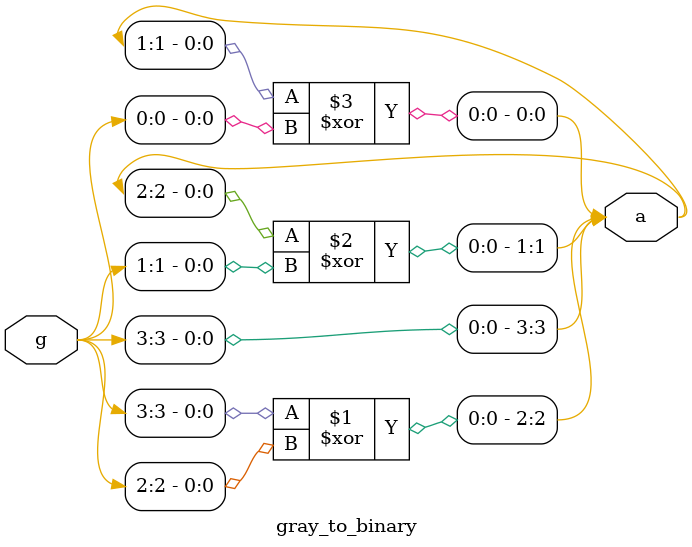
<source format=v>
`timescale 1ns / 1ps



module gray_to_binary(g,a);
input [3:0] g;
output [3:0] a; 
assign a[3]=g[3];
assign a[2]=g[3]^g[2];
assign a[1]=a[2]^g[1];
assign a[0]=a[1]^g[0];
endmodule

</source>
